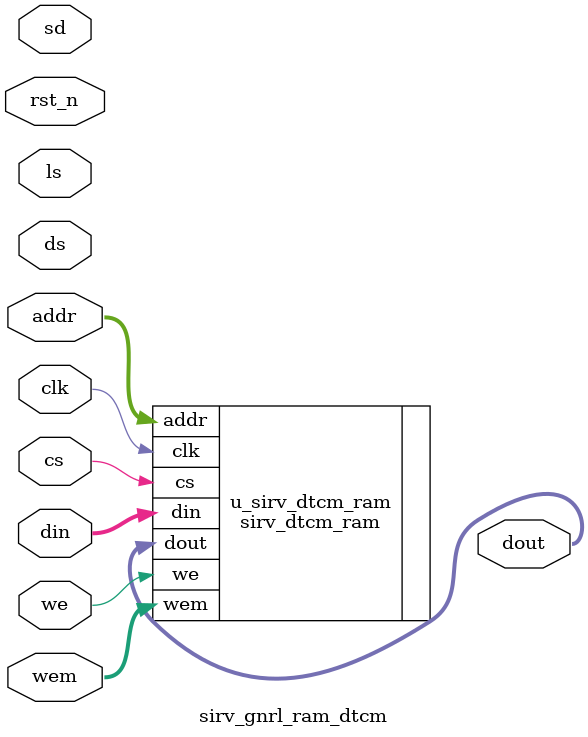
<source format=v>
 /*                                                                      
 Copyright 2018-2020 Nuclei System Technology, Inc.                
                                                                         
 Licensed under the Apache License, Version 2.0 (the "License");         
 you may not use this file except in compliance with the License.        
 You may obtain a copy of the License at                                 
                                                                         
     http://www.apache.org/licenses/LICENSE-2.0                          
                                                                         
  Unless required by applicable law or agreed to in writing, software    
 distributed under the License is distributed on an "AS IS" BASIS,       
 WITHOUT WARRANTIES OR CONDITIONS OF ANY KIND, either express or implied.
 See the License for the specific language governing permissions and     
 limitations under the License.                                          
 */                                                                      
                                                                         
                                                                         
                                                                         
//=====================================================================
//
// Designer   : Bob Hu
//
// Description:
//  The top level RAM module
//
// ====================================================================

module sirv_gnrl_ram_dtcm
#(parameter DP = 8192,
  parameter DW = 64,
  parameter FORCE_X2ZERO = 1,
  parameter MW = 8,
  parameter AW = 14 
  ) (
  input            sd,
  input            ds,
  input            ls,

  input            rst_n,
  input            clk,
  input            cs,
  input            we,
  input [AW-1:0]   addr,
  input [DW-1:0]   din,
  input [MW-1:0]   wem,
  output[DW-1:0]   dout
);

//To add the ASIC or FPGA or Sim-model control here
// This is the Sim-model
//
//`ifdef FPGA_SOURCE
sirv_dtcm_ram #(
    .FORCE_X2ZERO (1'b0),
    .DP (DP),
    .AW (AW),
    .MW (MW),
    .DW (DW) 
)u_sirv_dtcm_ram (
    .clk   (clk),
    .din   (din),
    .addr  (addr),
    .cs    (cs),
    .we    (we),
    .wem   (wem),
    .dout  (dout)
);
//`else
//
//sirv_sim_ram #(
//    .FORCE_X2ZERO (FORCE_X2ZERO),
//    .DP (DP),
//    .AW (AW),
//    .MW (MW),
//    .DW (DW) 
//)u_sirv_sim_ram (
//    .clk   (clk),
//    .din   (din),
//    .addr  (addr),
//    .cs    (cs),
//    .we    (we),
//    .wem   (wem),
//    .dout  (dout)
//);
//`endif

endmodule

</source>
